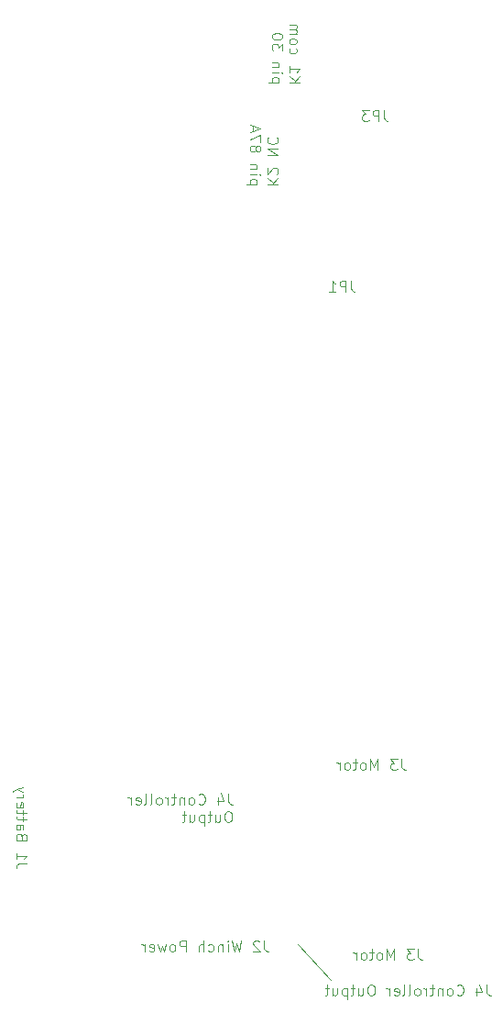
<source format=gbr>
%TF.GenerationSoftware,KiCad,Pcbnew,8.0.6*%
%TF.CreationDate,2025-01-14T13:14:06-07:00*%
%TF.ProjectId,Shutter current limit,53687574-7465-4722-9063-757272656e74,rev?*%
%TF.SameCoordinates,Original*%
%TF.FileFunction,Legend,Bot*%
%TF.FilePolarity,Positive*%
%FSLAX46Y46*%
G04 Gerber Fmt 4.6, Leading zero omitted, Abs format (unit mm)*
G04 Created by KiCad (PCBNEW 8.0.6) date 2025-01-14 13:14:06*
%MOMM*%
%LPD*%
G01*
G04 APERTURE LIST*
%ADD10C,0.100000*%
G04 APERTURE END LIST*
D10*
X94488000Y-138176000D02*
X91440000Y-134874000D01*
X66405580Y-127426401D02*
X65691295Y-127426401D01*
X65691295Y-127426401D02*
X65548438Y-127474020D01*
X65548438Y-127474020D02*
X65453200Y-127569258D01*
X65453200Y-127569258D02*
X65405580Y-127712115D01*
X65405580Y-127712115D02*
X65405580Y-127807353D01*
X65405580Y-126426401D02*
X65405580Y-126997829D01*
X65405580Y-126712115D02*
X66405580Y-126712115D01*
X66405580Y-126712115D02*
X66262723Y-126807353D01*
X66262723Y-126807353D02*
X66167485Y-126902591D01*
X66167485Y-126902591D02*
X66119866Y-126997829D01*
X65929390Y-124902591D02*
X65881771Y-124759734D01*
X65881771Y-124759734D02*
X65834152Y-124712115D01*
X65834152Y-124712115D02*
X65738914Y-124664496D01*
X65738914Y-124664496D02*
X65596057Y-124664496D01*
X65596057Y-124664496D02*
X65500819Y-124712115D01*
X65500819Y-124712115D02*
X65453200Y-124759734D01*
X65453200Y-124759734D02*
X65405580Y-124854972D01*
X65405580Y-124854972D02*
X65405580Y-125235924D01*
X65405580Y-125235924D02*
X66405580Y-125235924D01*
X66405580Y-125235924D02*
X66405580Y-124902591D01*
X66405580Y-124902591D02*
X66357961Y-124807353D01*
X66357961Y-124807353D02*
X66310342Y-124759734D01*
X66310342Y-124759734D02*
X66215104Y-124712115D01*
X66215104Y-124712115D02*
X66119866Y-124712115D01*
X66119866Y-124712115D02*
X66024628Y-124759734D01*
X66024628Y-124759734D02*
X65977009Y-124807353D01*
X65977009Y-124807353D02*
X65929390Y-124902591D01*
X65929390Y-124902591D02*
X65929390Y-125235924D01*
X65405580Y-123807353D02*
X65929390Y-123807353D01*
X65929390Y-123807353D02*
X66024628Y-123854972D01*
X66024628Y-123854972D02*
X66072247Y-123950210D01*
X66072247Y-123950210D02*
X66072247Y-124140686D01*
X66072247Y-124140686D02*
X66024628Y-124235924D01*
X65453200Y-123807353D02*
X65405580Y-123902591D01*
X65405580Y-123902591D02*
X65405580Y-124140686D01*
X65405580Y-124140686D02*
X65453200Y-124235924D01*
X65453200Y-124235924D02*
X65548438Y-124283543D01*
X65548438Y-124283543D02*
X65643676Y-124283543D01*
X65643676Y-124283543D02*
X65738914Y-124235924D01*
X65738914Y-124235924D02*
X65786533Y-124140686D01*
X65786533Y-124140686D02*
X65786533Y-123902591D01*
X65786533Y-123902591D02*
X65834152Y-123807353D01*
X66072247Y-123474019D02*
X66072247Y-123093067D01*
X66405580Y-123331162D02*
X65548438Y-123331162D01*
X65548438Y-123331162D02*
X65453200Y-123283543D01*
X65453200Y-123283543D02*
X65405580Y-123188305D01*
X65405580Y-123188305D02*
X65405580Y-123093067D01*
X66072247Y-122902590D02*
X66072247Y-122521638D01*
X66405580Y-122759733D02*
X65548438Y-122759733D01*
X65548438Y-122759733D02*
X65453200Y-122712114D01*
X65453200Y-122712114D02*
X65405580Y-122616876D01*
X65405580Y-122616876D02*
X65405580Y-122521638D01*
X65453200Y-121807352D02*
X65405580Y-121902590D01*
X65405580Y-121902590D02*
X65405580Y-122093066D01*
X65405580Y-122093066D02*
X65453200Y-122188304D01*
X65453200Y-122188304D02*
X65548438Y-122235923D01*
X65548438Y-122235923D02*
X65929390Y-122235923D01*
X65929390Y-122235923D02*
X66024628Y-122188304D01*
X66024628Y-122188304D02*
X66072247Y-122093066D01*
X66072247Y-122093066D02*
X66072247Y-121902590D01*
X66072247Y-121902590D02*
X66024628Y-121807352D01*
X66024628Y-121807352D02*
X65929390Y-121759733D01*
X65929390Y-121759733D02*
X65834152Y-121759733D01*
X65834152Y-121759733D02*
X65738914Y-122235923D01*
X65405580Y-121331161D02*
X66072247Y-121331161D01*
X65881771Y-121331161D02*
X65977009Y-121283542D01*
X65977009Y-121283542D02*
X66024628Y-121235923D01*
X66024628Y-121235923D02*
X66072247Y-121140685D01*
X66072247Y-121140685D02*
X66072247Y-121045447D01*
X66072247Y-120807351D02*
X65405580Y-120569256D01*
X66072247Y-120331161D02*
X65405580Y-120569256D01*
X65405580Y-120569256D02*
X65167485Y-120664494D01*
X65167485Y-120664494D02*
X65119866Y-120712113D01*
X65119866Y-120712113D02*
X65072247Y-120807351D01*
X102534401Y-135270419D02*
X102534401Y-135984704D01*
X102534401Y-135984704D02*
X102582020Y-136127561D01*
X102582020Y-136127561D02*
X102677258Y-136222800D01*
X102677258Y-136222800D02*
X102820115Y-136270419D01*
X102820115Y-136270419D02*
X102915353Y-136270419D01*
X102153448Y-135270419D02*
X101534401Y-135270419D01*
X101534401Y-135270419D02*
X101867734Y-135651371D01*
X101867734Y-135651371D02*
X101724877Y-135651371D01*
X101724877Y-135651371D02*
X101629639Y-135698990D01*
X101629639Y-135698990D02*
X101582020Y-135746609D01*
X101582020Y-135746609D02*
X101534401Y-135841847D01*
X101534401Y-135841847D02*
X101534401Y-136079942D01*
X101534401Y-136079942D02*
X101582020Y-136175180D01*
X101582020Y-136175180D02*
X101629639Y-136222800D01*
X101629639Y-136222800D02*
X101724877Y-136270419D01*
X101724877Y-136270419D02*
X102010591Y-136270419D01*
X102010591Y-136270419D02*
X102105829Y-136222800D01*
X102105829Y-136222800D02*
X102153448Y-136175180D01*
X100343924Y-136270419D02*
X100343924Y-135270419D01*
X100343924Y-135270419D02*
X100010591Y-135984704D01*
X100010591Y-135984704D02*
X99677258Y-135270419D01*
X99677258Y-135270419D02*
X99677258Y-136270419D01*
X99058210Y-136270419D02*
X99153448Y-136222800D01*
X99153448Y-136222800D02*
X99201067Y-136175180D01*
X99201067Y-136175180D02*
X99248686Y-136079942D01*
X99248686Y-136079942D02*
X99248686Y-135794228D01*
X99248686Y-135794228D02*
X99201067Y-135698990D01*
X99201067Y-135698990D02*
X99153448Y-135651371D01*
X99153448Y-135651371D02*
X99058210Y-135603752D01*
X99058210Y-135603752D02*
X98915353Y-135603752D01*
X98915353Y-135603752D02*
X98820115Y-135651371D01*
X98820115Y-135651371D02*
X98772496Y-135698990D01*
X98772496Y-135698990D02*
X98724877Y-135794228D01*
X98724877Y-135794228D02*
X98724877Y-136079942D01*
X98724877Y-136079942D02*
X98772496Y-136175180D01*
X98772496Y-136175180D02*
X98820115Y-136222800D01*
X98820115Y-136222800D02*
X98915353Y-136270419D01*
X98915353Y-136270419D02*
X99058210Y-136270419D01*
X98439162Y-135603752D02*
X98058210Y-135603752D01*
X98296305Y-135270419D02*
X98296305Y-136127561D01*
X98296305Y-136127561D02*
X98248686Y-136222800D01*
X98248686Y-136222800D02*
X98153448Y-136270419D01*
X98153448Y-136270419D02*
X98058210Y-136270419D01*
X97582019Y-136270419D02*
X97677257Y-136222800D01*
X97677257Y-136222800D02*
X97724876Y-136175180D01*
X97724876Y-136175180D02*
X97772495Y-136079942D01*
X97772495Y-136079942D02*
X97772495Y-135794228D01*
X97772495Y-135794228D02*
X97724876Y-135698990D01*
X97724876Y-135698990D02*
X97677257Y-135651371D01*
X97677257Y-135651371D02*
X97582019Y-135603752D01*
X97582019Y-135603752D02*
X97439162Y-135603752D01*
X97439162Y-135603752D02*
X97343924Y-135651371D01*
X97343924Y-135651371D02*
X97296305Y-135698990D01*
X97296305Y-135698990D02*
X97248686Y-135794228D01*
X97248686Y-135794228D02*
X97248686Y-136079942D01*
X97248686Y-136079942D02*
X97296305Y-136175180D01*
X97296305Y-136175180D02*
X97343924Y-136222800D01*
X97343924Y-136222800D02*
X97439162Y-136270419D01*
X97439162Y-136270419D02*
X97582019Y-136270419D01*
X96820114Y-136270419D02*
X96820114Y-135603752D01*
X96820114Y-135794228D02*
X96772495Y-135698990D01*
X96772495Y-135698990D02*
X96724876Y-135651371D01*
X96724876Y-135651371D02*
X96629638Y-135603752D01*
X96629638Y-135603752D02*
X96534400Y-135603752D01*
X88310401Y-134508419D02*
X88310401Y-135222704D01*
X88310401Y-135222704D02*
X88358020Y-135365561D01*
X88358020Y-135365561D02*
X88453258Y-135460800D01*
X88453258Y-135460800D02*
X88596115Y-135508419D01*
X88596115Y-135508419D02*
X88691353Y-135508419D01*
X87881829Y-134603657D02*
X87834210Y-134556038D01*
X87834210Y-134556038D02*
X87738972Y-134508419D01*
X87738972Y-134508419D02*
X87500877Y-134508419D01*
X87500877Y-134508419D02*
X87405639Y-134556038D01*
X87405639Y-134556038D02*
X87358020Y-134603657D01*
X87358020Y-134603657D02*
X87310401Y-134698895D01*
X87310401Y-134698895D02*
X87310401Y-134794133D01*
X87310401Y-134794133D02*
X87358020Y-134936990D01*
X87358020Y-134936990D02*
X87929448Y-135508419D01*
X87929448Y-135508419D02*
X87310401Y-135508419D01*
X86215162Y-134508419D02*
X85977067Y-135508419D01*
X85977067Y-135508419D02*
X85786591Y-134794133D01*
X85786591Y-134794133D02*
X85596115Y-135508419D01*
X85596115Y-135508419D02*
X85358020Y-134508419D01*
X84977067Y-135508419D02*
X84977067Y-134841752D01*
X84977067Y-134508419D02*
X85024686Y-134556038D01*
X85024686Y-134556038D02*
X84977067Y-134603657D01*
X84977067Y-134603657D02*
X84929448Y-134556038D01*
X84929448Y-134556038D02*
X84977067Y-134508419D01*
X84977067Y-134508419D02*
X84977067Y-134603657D01*
X84500877Y-134841752D02*
X84500877Y-135508419D01*
X84500877Y-134936990D02*
X84453258Y-134889371D01*
X84453258Y-134889371D02*
X84358020Y-134841752D01*
X84358020Y-134841752D02*
X84215163Y-134841752D01*
X84215163Y-134841752D02*
X84119925Y-134889371D01*
X84119925Y-134889371D02*
X84072306Y-134984609D01*
X84072306Y-134984609D02*
X84072306Y-135508419D01*
X83167544Y-135460800D02*
X83262782Y-135508419D01*
X83262782Y-135508419D02*
X83453258Y-135508419D01*
X83453258Y-135508419D02*
X83548496Y-135460800D01*
X83548496Y-135460800D02*
X83596115Y-135413180D01*
X83596115Y-135413180D02*
X83643734Y-135317942D01*
X83643734Y-135317942D02*
X83643734Y-135032228D01*
X83643734Y-135032228D02*
X83596115Y-134936990D01*
X83596115Y-134936990D02*
X83548496Y-134889371D01*
X83548496Y-134889371D02*
X83453258Y-134841752D01*
X83453258Y-134841752D02*
X83262782Y-134841752D01*
X83262782Y-134841752D02*
X83167544Y-134889371D01*
X82738972Y-135508419D02*
X82738972Y-134508419D01*
X82310401Y-135508419D02*
X82310401Y-134984609D01*
X82310401Y-134984609D02*
X82358020Y-134889371D01*
X82358020Y-134889371D02*
X82453258Y-134841752D01*
X82453258Y-134841752D02*
X82596115Y-134841752D01*
X82596115Y-134841752D02*
X82691353Y-134889371D01*
X82691353Y-134889371D02*
X82738972Y-134936990D01*
X81072305Y-135508419D02*
X81072305Y-134508419D01*
X81072305Y-134508419D02*
X80691353Y-134508419D01*
X80691353Y-134508419D02*
X80596115Y-134556038D01*
X80596115Y-134556038D02*
X80548496Y-134603657D01*
X80548496Y-134603657D02*
X80500877Y-134698895D01*
X80500877Y-134698895D02*
X80500877Y-134841752D01*
X80500877Y-134841752D02*
X80548496Y-134936990D01*
X80548496Y-134936990D02*
X80596115Y-134984609D01*
X80596115Y-134984609D02*
X80691353Y-135032228D01*
X80691353Y-135032228D02*
X81072305Y-135032228D01*
X79929448Y-135508419D02*
X80024686Y-135460800D01*
X80024686Y-135460800D02*
X80072305Y-135413180D01*
X80072305Y-135413180D02*
X80119924Y-135317942D01*
X80119924Y-135317942D02*
X80119924Y-135032228D01*
X80119924Y-135032228D02*
X80072305Y-134936990D01*
X80072305Y-134936990D02*
X80024686Y-134889371D01*
X80024686Y-134889371D02*
X79929448Y-134841752D01*
X79929448Y-134841752D02*
X79786591Y-134841752D01*
X79786591Y-134841752D02*
X79691353Y-134889371D01*
X79691353Y-134889371D02*
X79643734Y-134936990D01*
X79643734Y-134936990D02*
X79596115Y-135032228D01*
X79596115Y-135032228D02*
X79596115Y-135317942D01*
X79596115Y-135317942D02*
X79643734Y-135413180D01*
X79643734Y-135413180D02*
X79691353Y-135460800D01*
X79691353Y-135460800D02*
X79786591Y-135508419D01*
X79786591Y-135508419D02*
X79929448Y-135508419D01*
X79262781Y-134841752D02*
X79072305Y-135508419D01*
X79072305Y-135508419D02*
X78881829Y-135032228D01*
X78881829Y-135032228D02*
X78691353Y-135508419D01*
X78691353Y-135508419D02*
X78500877Y-134841752D01*
X77738972Y-135460800D02*
X77834210Y-135508419D01*
X77834210Y-135508419D02*
X78024686Y-135508419D01*
X78024686Y-135508419D02*
X78119924Y-135460800D01*
X78119924Y-135460800D02*
X78167543Y-135365561D01*
X78167543Y-135365561D02*
X78167543Y-134984609D01*
X78167543Y-134984609D02*
X78119924Y-134889371D01*
X78119924Y-134889371D02*
X78024686Y-134841752D01*
X78024686Y-134841752D02*
X77834210Y-134841752D01*
X77834210Y-134841752D02*
X77738972Y-134889371D01*
X77738972Y-134889371D02*
X77691353Y-134984609D01*
X77691353Y-134984609D02*
X77691353Y-135079847D01*
X77691353Y-135079847D02*
X78167543Y-135175085D01*
X77262781Y-135508419D02*
X77262781Y-134841752D01*
X77262781Y-135032228D02*
X77215162Y-134936990D01*
X77215162Y-134936990D02*
X77167543Y-134889371D01*
X77167543Y-134889371D02*
X77072305Y-134841752D01*
X77072305Y-134841752D02*
X76977067Y-134841752D01*
X90637524Y-55322115D02*
X91637524Y-55322115D01*
X90637524Y-54750687D02*
X91208953Y-55179258D01*
X91637524Y-54750687D02*
X91066096Y-55322115D01*
X90637524Y-53798306D02*
X90637524Y-54369734D01*
X90637524Y-54084020D02*
X91637524Y-54084020D01*
X91637524Y-54084020D02*
X91494667Y-54179258D01*
X91494667Y-54179258D02*
X91399429Y-54274496D01*
X91399429Y-54274496D02*
X91351810Y-54369734D01*
X90685144Y-52179258D02*
X90637524Y-52274496D01*
X90637524Y-52274496D02*
X90637524Y-52464972D01*
X90637524Y-52464972D02*
X90685144Y-52560210D01*
X90685144Y-52560210D02*
X90732763Y-52607829D01*
X90732763Y-52607829D02*
X90828001Y-52655448D01*
X90828001Y-52655448D02*
X91113715Y-52655448D01*
X91113715Y-52655448D02*
X91208953Y-52607829D01*
X91208953Y-52607829D02*
X91256572Y-52560210D01*
X91256572Y-52560210D02*
X91304191Y-52464972D01*
X91304191Y-52464972D02*
X91304191Y-52274496D01*
X91304191Y-52274496D02*
X91256572Y-52179258D01*
X90637524Y-51607829D02*
X90685144Y-51703067D01*
X90685144Y-51703067D02*
X90732763Y-51750686D01*
X90732763Y-51750686D02*
X90828001Y-51798305D01*
X90828001Y-51798305D02*
X91113715Y-51798305D01*
X91113715Y-51798305D02*
X91208953Y-51750686D01*
X91208953Y-51750686D02*
X91256572Y-51703067D01*
X91256572Y-51703067D02*
X91304191Y-51607829D01*
X91304191Y-51607829D02*
X91304191Y-51464972D01*
X91304191Y-51464972D02*
X91256572Y-51369734D01*
X91256572Y-51369734D02*
X91208953Y-51322115D01*
X91208953Y-51322115D02*
X91113715Y-51274496D01*
X91113715Y-51274496D02*
X90828001Y-51274496D01*
X90828001Y-51274496D02*
X90732763Y-51322115D01*
X90732763Y-51322115D02*
X90685144Y-51369734D01*
X90685144Y-51369734D02*
X90637524Y-51464972D01*
X90637524Y-51464972D02*
X90637524Y-51607829D01*
X90637524Y-50845924D02*
X91304191Y-50845924D01*
X91208953Y-50845924D02*
X91256572Y-50798305D01*
X91256572Y-50798305D02*
X91304191Y-50703067D01*
X91304191Y-50703067D02*
X91304191Y-50560210D01*
X91304191Y-50560210D02*
X91256572Y-50464972D01*
X91256572Y-50464972D02*
X91161334Y-50417353D01*
X91161334Y-50417353D02*
X90637524Y-50417353D01*
X91161334Y-50417353D02*
X91256572Y-50369734D01*
X91256572Y-50369734D02*
X91304191Y-50274496D01*
X91304191Y-50274496D02*
X91304191Y-50131639D01*
X91304191Y-50131639D02*
X91256572Y-50036400D01*
X91256572Y-50036400D02*
X91161334Y-49988781D01*
X91161334Y-49988781D02*
X90637524Y-49988781D01*
X89694247Y-55322115D02*
X88694247Y-55322115D01*
X89646628Y-55322115D02*
X89694247Y-55226877D01*
X89694247Y-55226877D02*
X89694247Y-55036401D01*
X89694247Y-55036401D02*
X89646628Y-54941163D01*
X89646628Y-54941163D02*
X89599009Y-54893544D01*
X89599009Y-54893544D02*
X89503771Y-54845925D01*
X89503771Y-54845925D02*
X89218057Y-54845925D01*
X89218057Y-54845925D02*
X89122819Y-54893544D01*
X89122819Y-54893544D02*
X89075200Y-54941163D01*
X89075200Y-54941163D02*
X89027580Y-55036401D01*
X89027580Y-55036401D02*
X89027580Y-55226877D01*
X89027580Y-55226877D02*
X89075200Y-55322115D01*
X89027580Y-54417353D02*
X89694247Y-54417353D01*
X90027580Y-54417353D02*
X89979961Y-54464972D01*
X89979961Y-54464972D02*
X89932342Y-54417353D01*
X89932342Y-54417353D02*
X89979961Y-54369734D01*
X89979961Y-54369734D02*
X90027580Y-54417353D01*
X90027580Y-54417353D02*
X89932342Y-54417353D01*
X89694247Y-53941163D02*
X89027580Y-53941163D01*
X89599009Y-53941163D02*
X89646628Y-53893544D01*
X89646628Y-53893544D02*
X89694247Y-53798306D01*
X89694247Y-53798306D02*
X89694247Y-53655449D01*
X89694247Y-53655449D02*
X89646628Y-53560211D01*
X89646628Y-53560211D02*
X89551390Y-53512592D01*
X89551390Y-53512592D02*
X89027580Y-53512592D01*
X90027580Y-52369734D02*
X90027580Y-51750687D01*
X90027580Y-51750687D02*
X89646628Y-52084020D01*
X89646628Y-52084020D02*
X89646628Y-51941163D01*
X89646628Y-51941163D02*
X89599009Y-51845925D01*
X89599009Y-51845925D02*
X89551390Y-51798306D01*
X89551390Y-51798306D02*
X89456152Y-51750687D01*
X89456152Y-51750687D02*
X89218057Y-51750687D01*
X89218057Y-51750687D02*
X89122819Y-51798306D01*
X89122819Y-51798306D02*
X89075200Y-51845925D01*
X89075200Y-51845925D02*
X89027580Y-51941163D01*
X89027580Y-51941163D02*
X89027580Y-52226877D01*
X89027580Y-52226877D02*
X89075200Y-52322115D01*
X89075200Y-52322115D02*
X89122819Y-52369734D01*
X90027580Y-51131639D02*
X90027580Y-51036401D01*
X90027580Y-51036401D02*
X89979961Y-50941163D01*
X89979961Y-50941163D02*
X89932342Y-50893544D01*
X89932342Y-50893544D02*
X89837104Y-50845925D01*
X89837104Y-50845925D02*
X89646628Y-50798306D01*
X89646628Y-50798306D02*
X89408533Y-50798306D01*
X89408533Y-50798306D02*
X89218057Y-50845925D01*
X89218057Y-50845925D02*
X89122819Y-50893544D01*
X89122819Y-50893544D02*
X89075200Y-50941163D01*
X89075200Y-50941163D02*
X89027580Y-51036401D01*
X89027580Y-51036401D02*
X89027580Y-51131639D01*
X89027580Y-51131639D02*
X89075200Y-51226877D01*
X89075200Y-51226877D02*
X89122819Y-51274496D01*
X89122819Y-51274496D02*
X89218057Y-51322115D01*
X89218057Y-51322115D02*
X89408533Y-51369734D01*
X89408533Y-51369734D02*
X89646628Y-51369734D01*
X89646628Y-51369734D02*
X89837104Y-51322115D01*
X89837104Y-51322115D02*
X89932342Y-51274496D01*
X89932342Y-51274496D02*
X89979961Y-51226877D01*
X89979961Y-51226877D02*
X90027580Y-51131639D01*
X108884401Y-138572419D02*
X108884401Y-139286704D01*
X108884401Y-139286704D02*
X108932020Y-139429561D01*
X108932020Y-139429561D02*
X109027258Y-139524800D01*
X109027258Y-139524800D02*
X109170115Y-139572419D01*
X109170115Y-139572419D02*
X109265353Y-139572419D01*
X107979639Y-138905752D02*
X107979639Y-139572419D01*
X108217734Y-138524800D02*
X108455829Y-139239085D01*
X108455829Y-139239085D02*
X107836782Y-139239085D01*
X106122496Y-139477180D02*
X106170115Y-139524800D01*
X106170115Y-139524800D02*
X106312972Y-139572419D01*
X106312972Y-139572419D02*
X106408210Y-139572419D01*
X106408210Y-139572419D02*
X106551067Y-139524800D01*
X106551067Y-139524800D02*
X106646305Y-139429561D01*
X106646305Y-139429561D02*
X106693924Y-139334323D01*
X106693924Y-139334323D02*
X106741543Y-139143847D01*
X106741543Y-139143847D02*
X106741543Y-139000990D01*
X106741543Y-139000990D02*
X106693924Y-138810514D01*
X106693924Y-138810514D02*
X106646305Y-138715276D01*
X106646305Y-138715276D02*
X106551067Y-138620038D01*
X106551067Y-138620038D02*
X106408210Y-138572419D01*
X106408210Y-138572419D02*
X106312972Y-138572419D01*
X106312972Y-138572419D02*
X106170115Y-138620038D01*
X106170115Y-138620038D02*
X106122496Y-138667657D01*
X105551067Y-139572419D02*
X105646305Y-139524800D01*
X105646305Y-139524800D02*
X105693924Y-139477180D01*
X105693924Y-139477180D02*
X105741543Y-139381942D01*
X105741543Y-139381942D02*
X105741543Y-139096228D01*
X105741543Y-139096228D02*
X105693924Y-139000990D01*
X105693924Y-139000990D02*
X105646305Y-138953371D01*
X105646305Y-138953371D02*
X105551067Y-138905752D01*
X105551067Y-138905752D02*
X105408210Y-138905752D01*
X105408210Y-138905752D02*
X105312972Y-138953371D01*
X105312972Y-138953371D02*
X105265353Y-139000990D01*
X105265353Y-139000990D02*
X105217734Y-139096228D01*
X105217734Y-139096228D02*
X105217734Y-139381942D01*
X105217734Y-139381942D02*
X105265353Y-139477180D01*
X105265353Y-139477180D02*
X105312972Y-139524800D01*
X105312972Y-139524800D02*
X105408210Y-139572419D01*
X105408210Y-139572419D02*
X105551067Y-139572419D01*
X104789162Y-138905752D02*
X104789162Y-139572419D01*
X104789162Y-139000990D02*
X104741543Y-138953371D01*
X104741543Y-138953371D02*
X104646305Y-138905752D01*
X104646305Y-138905752D02*
X104503448Y-138905752D01*
X104503448Y-138905752D02*
X104408210Y-138953371D01*
X104408210Y-138953371D02*
X104360591Y-139048609D01*
X104360591Y-139048609D02*
X104360591Y-139572419D01*
X104027257Y-138905752D02*
X103646305Y-138905752D01*
X103884400Y-138572419D02*
X103884400Y-139429561D01*
X103884400Y-139429561D02*
X103836781Y-139524800D01*
X103836781Y-139524800D02*
X103741543Y-139572419D01*
X103741543Y-139572419D02*
X103646305Y-139572419D01*
X103312971Y-139572419D02*
X103312971Y-138905752D01*
X103312971Y-139096228D02*
X103265352Y-139000990D01*
X103265352Y-139000990D02*
X103217733Y-138953371D01*
X103217733Y-138953371D02*
X103122495Y-138905752D01*
X103122495Y-138905752D02*
X103027257Y-138905752D01*
X102551066Y-139572419D02*
X102646304Y-139524800D01*
X102646304Y-139524800D02*
X102693923Y-139477180D01*
X102693923Y-139477180D02*
X102741542Y-139381942D01*
X102741542Y-139381942D02*
X102741542Y-139096228D01*
X102741542Y-139096228D02*
X102693923Y-139000990D01*
X102693923Y-139000990D02*
X102646304Y-138953371D01*
X102646304Y-138953371D02*
X102551066Y-138905752D01*
X102551066Y-138905752D02*
X102408209Y-138905752D01*
X102408209Y-138905752D02*
X102312971Y-138953371D01*
X102312971Y-138953371D02*
X102265352Y-139000990D01*
X102265352Y-139000990D02*
X102217733Y-139096228D01*
X102217733Y-139096228D02*
X102217733Y-139381942D01*
X102217733Y-139381942D02*
X102265352Y-139477180D01*
X102265352Y-139477180D02*
X102312971Y-139524800D01*
X102312971Y-139524800D02*
X102408209Y-139572419D01*
X102408209Y-139572419D02*
X102551066Y-139572419D01*
X101646304Y-139572419D02*
X101741542Y-139524800D01*
X101741542Y-139524800D02*
X101789161Y-139429561D01*
X101789161Y-139429561D02*
X101789161Y-138572419D01*
X101122494Y-139572419D02*
X101217732Y-139524800D01*
X101217732Y-139524800D02*
X101265351Y-139429561D01*
X101265351Y-139429561D02*
X101265351Y-138572419D01*
X100360589Y-139524800D02*
X100455827Y-139572419D01*
X100455827Y-139572419D02*
X100646303Y-139572419D01*
X100646303Y-139572419D02*
X100741541Y-139524800D01*
X100741541Y-139524800D02*
X100789160Y-139429561D01*
X100789160Y-139429561D02*
X100789160Y-139048609D01*
X100789160Y-139048609D02*
X100741541Y-138953371D01*
X100741541Y-138953371D02*
X100646303Y-138905752D01*
X100646303Y-138905752D02*
X100455827Y-138905752D01*
X100455827Y-138905752D02*
X100360589Y-138953371D01*
X100360589Y-138953371D02*
X100312970Y-139048609D01*
X100312970Y-139048609D02*
X100312970Y-139143847D01*
X100312970Y-139143847D02*
X100789160Y-139239085D01*
X99884398Y-139572419D02*
X99884398Y-138905752D01*
X99884398Y-139096228D02*
X99836779Y-139000990D01*
X99836779Y-139000990D02*
X99789160Y-138953371D01*
X99789160Y-138953371D02*
X99693922Y-138905752D01*
X99693922Y-138905752D02*
X99598684Y-138905752D01*
X98312969Y-138572419D02*
X98122493Y-138572419D01*
X98122493Y-138572419D02*
X98027255Y-138620038D01*
X98027255Y-138620038D02*
X97932017Y-138715276D01*
X97932017Y-138715276D02*
X97884398Y-138905752D01*
X97884398Y-138905752D02*
X97884398Y-139239085D01*
X97884398Y-139239085D02*
X97932017Y-139429561D01*
X97932017Y-139429561D02*
X98027255Y-139524800D01*
X98027255Y-139524800D02*
X98122493Y-139572419D01*
X98122493Y-139572419D02*
X98312969Y-139572419D01*
X98312969Y-139572419D02*
X98408207Y-139524800D01*
X98408207Y-139524800D02*
X98503445Y-139429561D01*
X98503445Y-139429561D02*
X98551064Y-139239085D01*
X98551064Y-139239085D02*
X98551064Y-138905752D01*
X98551064Y-138905752D02*
X98503445Y-138715276D01*
X98503445Y-138715276D02*
X98408207Y-138620038D01*
X98408207Y-138620038D02*
X98312969Y-138572419D01*
X97027255Y-138905752D02*
X97027255Y-139572419D01*
X97455826Y-138905752D02*
X97455826Y-139429561D01*
X97455826Y-139429561D02*
X97408207Y-139524800D01*
X97408207Y-139524800D02*
X97312969Y-139572419D01*
X97312969Y-139572419D02*
X97170112Y-139572419D01*
X97170112Y-139572419D02*
X97074874Y-139524800D01*
X97074874Y-139524800D02*
X97027255Y-139477180D01*
X96693921Y-138905752D02*
X96312969Y-138905752D01*
X96551064Y-138572419D02*
X96551064Y-139429561D01*
X96551064Y-139429561D02*
X96503445Y-139524800D01*
X96503445Y-139524800D02*
X96408207Y-139572419D01*
X96408207Y-139572419D02*
X96312969Y-139572419D01*
X95979635Y-138905752D02*
X95979635Y-139905752D01*
X95979635Y-138953371D02*
X95884397Y-138905752D01*
X95884397Y-138905752D02*
X95693921Y-138905752D01*
X95693921Y-138905752D02*
X95598683Y-138953371D01*
X95598683Y-138953371D02*
X95551064Y-139000990D01*
X95551064Y-139000990D02*
X95503445Y-139096228D01*
X95503445Y-139096228D02*
X95503445Y-139381942D01*
X95503445Y-139381942D02*
X95551064Y-139477180D01*
X95551064Y-139477180D02*
X95598683Y-139524800D01*
X95598683Y-139524800D02*
X95693921Y-139572419D01*
X95693921Y-139572419D02*
X95884397Y-139572419D01*
X95884397Y-139572419D02*
X95979635Y-139524800D01*
X94646302Y-138905752D02*
X94646302Y-139572419D01*
X95074873Y-138905752D02*
X95074873Y-139429561D01*
X95074873Y-139429561D02*
X95027254Y-139524800D01*
X95027254Y-139524800D02*
X94932016Y-139572419D01*
X94932016Y-139572419D02*
X94789159Y-139572419D01*
X94789159Y-139572419D02*
X94693921Y-139524800D01*
X94693921Y-139524800D02*
X94646302Y-139477180D01*
X94312968Y-138905752D02*
X93932016Y-138905752D01*
X94170111Y-138572419D02*
X94170111Y-139429561D01*
X94170111Y-139429561D02*
X94122492Y-139524800D01*
X94122492Y-139524800D02*
X94027254Y-139572419D01*
X94027254Y-139572419D02*
X93932016Y-139572419D01*
X88605524Y-64720115D02*
X89605524Y-64720115D01*
X88605524Y-64148687D02*
X89176953Y-64577258D01*
X89605524Y-64148687D02*
X89034096Y-64720115D01*
X89510286Y-63767734D02*
X89557905Y-63720115D01*
X89557905Y-63720115D02*
X89605524Y-63624877D01*
X89605524Y-63624877D02*
X89605524Y-63386782D01*
X89605524Y-63386782D02*
X89557905Y-63291544D01*
X89557905Y-63291544D02*
X89510286Y-63243925D01*
X89510286Y-63243925D02*
X89415048Y-63196306D01*
X89415048Y-63196306D02*
X89319810Y-63196306D01*
X89319810Y-63196306D02*
X89176953Y-63243925D01*
X89176953Y-63243925D02*
X88605524Y-63815353D01*
X88605524Y-63815353D02*
X88605524Y-63196306D01*
X88605524Y-62005829D02*
X89605524Y-62005829D01*
X89605524Y-62005829D02*
X88605524Y-61434401D01*
X88605524Y-61434401D02*
X89605524Y-61434401D01*
X88700763Y-60386782D02*
X88653144Y-60434401D01*
X88653144Y-60434401D02*
X88605524Y-60577258D01*
X88605524Y-60577258D02*
X88605524Y-60672496D01*
X88605524Y-60672496D02*
X88653144Y-60815353D01*
X88653144Y-60815353D02*
X88748382Y-60910591D01*
X88748382Y-60910591D02*
X88843620Y-60958210D01*
X88843620Y-60958210D02*
X89034096Y-61005829D01*
X89034096Y-61005829D02*
X89176953Y-61005829D01*
X89176953Y-61005829D02*
X89367429Y-60958210D01*
X89367429Y-60958210D02*
X89462667Y-60910591D01*
X89462667Y-60910591D02*
X89557905Y-60815353D01*
X89557905Y-60815353D02*
X89605524Y-60672496D01*
X89605524Y-60672496D02*
X89605524Y-60577258D01*
X89605524Y-60577258D02*
X89557905Y-60434401D01*
X89557905Y-60434401D02*
X89510286Y-60386782D01*
X87662247Y-64720115D02*
X86662247Y-64720115D01*
X87614628Y-64720115D02*
X87662247Y-64624877D01*
X87662247Y-64624877D02*
X87662247Y-64434401D01*
X87662247Y-64434401D02*
X87614628Y-64339163D01*
X87614628Y-64339163D02*
X87567009Y-64291544D01*
X87567009Y-64291544D02*
X87471771Y-64243925D01*
X87471771Y-64243925D02*
X87186057Y-64243925D01*
X87186057Y-64243925D02*
X87090819Y-64291544D01*
X87090819Y-64291544D02*
X87043200Y-64339163D01*
X87043200Y-64339163D02*
X86995580Y-64434401D01*
X86995580Y-64434401D02*
X86995580Y-64624877D01*
X86995580Y-64624877D02*
X87043200Y-64720115D01*
X86995580Y-63815353D02*
X87662247Y-63815353D01*
X87995580Y-63815353D02*
X87947961Y-63862972D01*
X87947961Y-63862972D02*
X87900342Y-63815353D01*
X87900342Y-63815353D02*
X87947961Y-63767734D01*
X87947961Y-63767734D02*
X87995580Y-63815353D01*
X87995580Y-63815353D02*
X87900342Y-63815353D01*
X87662247Y-63339163D02*
X86995580Y-63339163D01*
X87567009Y-63339163D02*
X87614628Y-63291544D01*
X87614628Y-63291544D02*
X87662247Y-63196306D01*
X87662247Y-63196306D02*
X87662247Y-63053449D01*
X87662247Y-63053449D02*
X87614628Y-62958211D01*
X87614628Y-62958211D02*
X87519390Y-62910592D01*
X87519390Y-62910592D02*
X86995580Y-62910592D01*
X87567009Y-61529639D02*
X87614628Y-61624877D01*
X87614628Y-61624877D02*
X87662247Y-61672496D01*
X87662247Y-61672496D02*
X87757485Y-61720115D01*
X87757485Y-61720115D02*
X87805104Y-61720115D01*
X87805104Y-61720115D02*
X87900342Y-61672496D01*
X87900342Y-61672496D02*
X87947961Y-61624877D01*
X87947961Y-61624877D02*
X87995580Y-61529639D01*
X87995580Y-61529639D02*
X87995580Y-61339163D01*
X87995580Y-61339163D02*
X87947961Y-61243925D01*
X87947961Y-61243925D02*
X87900342Y-61196306D01*
X87900342Y-61196306D02*
X87805104Y-61148687D01*
X87805104Y-61148687D02*
X87757485Y-61148687D01*
X87757485Y-61148687D02*
X87662247Y-61196306D01*
X87662247Y-61196306D02*
X87614628Y-61243925D01*
X87614628Y-61243925D02*
X87567009Y-61339163D01*
X87567009Y-61339163D02*
X87567009Y-61529639D01*
X87567009Y-61529639D02*
X87519390Y-61624877D01*
X87519390Y-61624877D02*
X87471771Y-61672496D01*
X87471771Y-61672496D02*
X87376533Y-61720115D01*
X87376533Y-61720115D02*
X87186057Y-61720115D01*
X87186057Y-61720115D02*
X87090819Y-61672496D01*
X87090819Y-61672496D02*
X87043200Y-61624877D01*
X87043200Y-61624877D02*
X86995580Y-61529639D01*
X86995580Y-61529639D02*
X86995580Y-61339163D01*
X86995580Y-61339163D02*
X87043200Y-61243925D01*
X87043200Y-61243925D02*
X87090819Y-61196306D01*
X87090819Y-61196306D02*
X87186057Y-61148687D01*
X87186057Y-61148687D02*
X87376533Y-61148687D01*
X87376533Y-61148687D02*
X87471771Y-61196306D01*
X87471771Y-61196306D02*
X87519390Y-61243925D01*
X87519390Y-61243925D02*
X87567009Y-61339163D01*
X87995580Y-60815353D02*
X87995580Y-60148687D01*
X87995580Y-60148687D02*
X86995580Y-60577258D01*
X87281295Y-59815353D02*
X87281295Y-59339163D01*
X86995580Y-59910591D02*
X87995580Y-59577258D01*
X87995580Y-59577258D02*
X86995580Y-59243925D01*
X85008401Y-120960475D02*
X85008401Y-121674760D01*
X85008401Y-121674760D02*
X85056020Y-121817617D01*
X85056020Y-121817617D02*
X85151258Y-121912856D01*
X85151258Y-121912856D02*
X85294115Y-121960475D01*
X85294115Y-121960475D02*
X85389353Y-121960475D01*
X84103639Y-121293808D02*
X84103639Y-121960475D01*
X84341734Y-120912856D02*
X84579829Y-121627141D01*
X84579829Y-121627141D02*
X83960782Y-121627141D01*
X82246496Y-121865236D02*
X82294115Y-121912856D01*
X82294115Y-121912856D02*
X82436972Y-121960475D01*
X82436972Y-121960475D02*
X82532210Y-121960475D01*
X82532210Y-121960475D02*
X82675067Y-121912856D01*
X82675067Y-121912856D02*
X82770305Y-121817617D01*
X82770305Y-121817617D02*
X82817924Y-121722379D01*
X82817924Y-121722379D02*
X82865543Y-121531903D01*
X82865543Y-121531903D02*
X82865543Y-121389046D01*
X82865543Y-121389046D02*
X82817924Y-121198570D01*
X82817924Y-121198570D02*
X82770305Y-121103332D01*
X82770305Y-121103332D02*
X82675067Y-121008094D01*
X82675067Y-121008094D02*
X82532210Y-120960475D01*
X82532210Y-120960475D02*
X82436972Y-120960475D01*
X82436972Y-120960475D02*
X82294115Y-121008094D01*
X82294115Y-121008094D02*
X82246496Y-121055713D01*
X81675067Y-121960475D02*
X81770305Y-121912856D01*
X81770305Y-121912856D02*
X81817924Y-121865236D01*
X81817924Y-121865236D02*
X81865543Y-121769998D01*
X81865543Y-121769998D02*
X81865543Y-121484284D01*
X81865543Y-121484284D02*
X81817924Y-121389046D01*
X81817924Y-121389046D02*
X81770305Y-121341427D01*
X81770305Y-121341427D02*
X81675067Y-121293808D01*
X81675067Y-121293808D02*
X81532210Y-121293808D01*
X81532210Y-121293808D02*
X81436972Y-121341427D01*
X81436972Y-121341427D02*
X81389353Y-121389046D01*
X81389353Y-121389046D02*
X81341734Y-121484284D01*
X81341734Y-121484284D02*
X81341734Y-121769998D01*
X81341734Y-121769998D02*
X81389353Y-121865236D01*
X81389353Y-121865236D02*
X81436972Y-121912856D01*
X81436972Y-121912856D02*
X81532210Y-121960475D01*
X81532210Y-121960475D02*
X81675067Y-121960475D01*
X80913162Y-121293808D02*
X80913162Y-121960475D01*
X80913162Y-121389046D02*
X80865543Y-121341427D01*
X80865543Y-121341427D02*
X80770305Y-121293808D01*
X80770305Y-121293808D02*
X80627448Y-121293808D01*
X80627448Y-121293808D02*
X80532210Y-121341427D01*
X80532210Y-121341427D02*
X80484591Y-121436665D01*
X80484591Y-121436665D02*
X80484591Y-121960475D01*
X80151257Y-121293808D02*
X79770305Y-121293808D01*
X80008400Y-120960475D02*
X80008400Y-121817617D01*
X80008400Y-121817617D02*
X79960781Y-121912856D01*
X79960781Y-121912856D02*
X79865543Y-121960475D01*
X79865543Y-121960475D02*
X79770305Y-121960475D01*
X79436971Y-121960475D02*
X79436971Y-121293808D01*
X79436971Y-121484284D02*
X79389352Y-121389046D01*
X79389352Y-121389046D02*
X79341733Y-121341427D01*
X79341733Y-121341427D02*
X79246495Y-121293808D01*
X79246495Y-121293808D02*
X79151257Y-121293808D01*
X78675066Y-121960475D02*
X78770304Y-121912856D01*
X78770304Y-121912856D02*
X78817923Y-121865236D01*
X78817923Y-121865236D02*
X78865542Y-121769998D01*
X78865542Y-121769998D02*
X78865542Y-121484284D01*
X78865542Y-121484284D02*
X78817923Y-121389046D01*
X78817923Y-121389046D02*
X78770304Y-121341427D01*
X78770304Y-121341427D02*
X78675066Y-121293808D01*
X78675066Y-121293808D02*
X78532209Y-121293808D01*
X78532209Y-121293808D02*
X78436971Y-121341427D01*
X78436971Y-121341427D02*
X78389352Y-121389046D01*
X78389352Y-121389046D02*
X78341733Y-121484284D01*
X78341733Y-121484284D02*
X78341733Y-121769998D01*
X78341733Y-121769998D02*
X78389352Y-121865236D01*
X78389352Y-121865236D02*
X78436971Y-121912856D01*
X78436971Y-121912856D02*
X78532209Y-121960475D01*
X78532209Y-121960475D02*
X78675066Y-121960475D01*
X77770304Y-121960475D02*
X77865542Y-121912856D01*
X77865542Y-121912856D02*
X77913161Y-121817617D01*
X77913161Y-121817617D02*
X77913161Y-120960475D01*
X77246494Y-121960475D02*
X77341732Y-121912856D01*
X77341732Y-121912856D02*
X77389351Y-121817617D01*
X77389351Y-121817617D02*
X77389351Y-120960475D01*
X76484589Y-121912856D02*
X76579827Y-121960475D01*
X76579827Y-121960475D02*
X76770303Y-121960475D01*
X76770303Y-121960475D02*
X76865541Y-121912856D01*
X76865541Y-121912856D02*
X76913160Y-121817617D01*
X76913160Y-121817617D02*
X76913160Y-121436665D01*
X76913160Y-121436665D02*
X76865541Y-121341427D01*
X76865541Y-121341427D02*
X76770303Y-121293808D01*
X76770303Y-121293808D02*
X76579827Y-121293808D01*
X76579827Y-121293808D02*
X76484589Y-121341427D01*
X76484589Y-121341427D02*
X76436970Y-121436665D01*
X76436970Y-121436665D02*
X76436970Y-121531903D01*
X76436970Y-121531903D02*
X76913160Y-121627141D01*
X76008398Y-121960475D02*
X76008398Y-121293808D01*
X76008398Y-121484284D02*
X75960779Y-121389046D01*
X75960779Y-121389046D02*
X75913160Y-121341427D01*
X75913160Y-121341427D02*
X75817922Y-121293808D01*
X75817922Y-121293808D02*
X75722684Y-121293808D01*
X85103639Y-122570419D02*
X84913163Y-122570419D01*
X84913163Y-122570419D02*
X84817925Y-122618038D01*
X84817925Y-122618038D02*
X84722687Y-122713276D01*
X84722687Y-122713276D02*
X84675068Y-122903752D01*
X84675068Y-122903752D02*
X84675068Y-123237085D01*
X84675068Y-123237085D02*
X84722687Y-123427561D01*
X84722687Y-123427561D02*
X84817925Y-123522800D01*
X84817925Y-123522800D02*
X84913163Y-123570419D01*
X84913163Y-123570419D02*
X85103639Y-123570419D01*
X85103639Y-123570419D02*
X85198877Y-123522800D01*
X85198877Y-123522800D02*
X85294115Y-123427561D01*
X85294115Y-123427561D02*
X85341734Y-123237085D01*
X85341734Y-123237085D02*
X85341734Y-122903752D01*
X85341734Y-122903752D02*
X85294115Y-122713276D01*
X85294115Y-122713276D02*
X85198877Y-122618038D01*
X85198877Y-122618038D02*
X85103639Y-122570419D01*
X83817925Y-122903752D02*
X83817925Y-123570419D01*
X84246496Y-122903752D02*
X84246496Y-123427561D01*
X84246496Y-123427561D02*
X84198877Y-123522800D01*
X84198877Y-123522800D02*
X84103639Y-123570419D01*
X84103639Y-123570419D02*
X83960782Y-123570419D01*
X83960782Y-123570419D02*
X83865544Y-123522800D01*
X83865544Y-123522800D02*
X83817925Y-123475180D01*
X83484591Y-122903752D02*
X83103639Y-122903752D01*
X83341734Y-122570419D02*
X83341734Y-123427561D01*
X83341734Y-123427561D02*
X83294115Y-123522800D01*
X83294115Y-123522800D02*
X83198877Y-123570419D01*
X83198877Y-123570419D02*
X83103639Y-123570419D01*
X82770305Y-122903752D02*
X82770305Y-123903752D01*
X82770305Y-122951371D02*
X82675067Y-122903752D01*
X82675067Y-122903752D02*
X82484591Y-122903752D01*
X82484591Y-122903752D02*
X82389353Y-122951371D01*
X82389353Y-122951371D02*
X82341734Y-122998990D01*
X82341734Y-122998990D02*
X82294115Y-123094228D01*
X82294115Y-123094228D02*
X82294115Y-123379942D01*
X82294115Y-123379942D02*
X82341734Y-123475180D01*
X82341734Y-123475180D02*
X82389353Y-123522800D01*
X82389353Y-123522800D02*
X82484591Y-123570419D01*
X82484591Y-123570419D02*
X82675067Y-123570419D01*
X82675067Y-123570419D02*
X82770305Y-123522800D01*
X81436972Y-122903752D02*
X81436972Y-123570419D01*
X81865543Y-122903752D02*
X81865543Y-123427561D01*
X81865543Y-123427561D02*
X81817924Y-123522800D01*
X81817924Y-123522800D02*
X81722686Y-123570419D01*
X81722686Y-123570419D02*
X81579829Y-123570419D01*
X81579829Y-123570419D02*
X81484591Y-123522800D01*
X81484591Y-123522800D02*
X81436972Y-123475180D01*
X81103638Y-122903752D02*
X80722686Y-122903752D01*
X80960781Y-122570419D02*
X80960781Y-123427561D01*
X80960781Y-123427561D02*
X80913162Y-123522800D01*
X80913162Y-123522800D02*
X80817924Y-123570419D01*
X80817924Y-123570419D02*
X80722686Y-123570419D01*
X101010401Y-117744419D02*
X101010401Y-118458704D01*
X101010401Y-118458704D02*
X101058020Y-118601561D01*
X101058020Y-118601561D02*
X101153258Y-118696800D01*
X101153258Y-118696800D02*
X101296115Y-118744419D01*
X101296115Y-118744419D02*
X101391353Y-118744419D01*
X100629448Y-117744419D02*
X100010401Y-117744419D01*
X100010401Y-117744419D02*
X100343734Y-118125371D01*
X100343734Y-118125371D02*
X100200877Y-118125371D01*
X100200877Y-118125371D02*
X100105639Y-118172990D01*
X100105639Y-118172990D02*
X100058020Y-118220609D01*
X100058020Y-118220609D02*
X100010401Y-118315847D01*
X100010401Y-118315847D02*
X100010401Y-118553942D01*
X100010401Y-118553942D02*
X100058020Y-118649180D01*
X100058020Y-118649180D02*
X100105639Y-118696800D01*
X100105639Y-118696800D02*
X100200877Y-118744419D01*
X100200877Y-118744419D02*
X100486591Y-118744419D01*
X100486591Y-118744419D02*
X100581829Y-118696800D01*
X100581829Y-118696800D02*
X100629448Y-118649180D01*
X98819924Y-118744419D02*
X98819924Y-117744419D01*
X98819924Y-117744419D02*
X98486591Y-118458704D01*
X98486591Y-118458704D02*
X98153258Y-117744419D01*
X98153258Y-117744419D02*
X98153258Y-118744419D01*
X97534210Y-118744419D02*
X97629448Y-118696800D01*
X97629448Y-118696800D02*
X97677067Y-118649180D01*
X97677067Y-118649180D02*
X97724686Y-118553942D01*
X97724686Y-118553942D02*
X97724686Y-118268228D01*
X97724686Y-118268228D02*
X97677067Y-118172990D01*
X97677067Y-118172990D02*
X97629448Y-118125371D01*
X97629448Y-118125371D02*
X97534210Y-118077752D01*
X97534210Y-118077752D02*
X97391353Y-118077752D01*
X97391353Y-118077752D02*
X97296115Y-118125371D01*
X97296115Y-118125371D02*
X97248496Y-118172990D01*
X97248496Y-118172990D02*
X97200877Y-118268228D01*
X97200877Y-118268228D02*
X97200877Y-118553942D01*
X97200877Y-118553942D02*
X97248496Y-118649180D01*
X97248496Y-118649180D02*
X97296115Y-118696800D01*
X97296115Y-118696800D02*
X97391353Y-118744419D01*
X97391353Y-118744419D02*
X97534210Y-118744419D01*
X96915162Y-118077752D02*
X96534210Y-118077752D01*
X96772305Y-117744419D02*
X96772305Y-118601561D01*
X96772305Y-118601561D02*
X96724686Y-118696800D01*
X96724686Y-118696800D02*
X96629448Y-118744419D01*
X96629448Y-118744419D02*
X96534210Y-118744419D01*
X96058019Y-118744419D02*
X96153257Y-118696800D01*
X96153257Y-118696800D02*
X96200876Y-118649180D01*
X96200876Y-118649180D02*
X96248495Y-118553942D01*
X96248495Y-118553942D02*
X96248495Y-118268228D01*
X96248495Y-118268228D02*
X96200876Y-118172990D01*
X96200876Y-118172990D02*
X96153257Y-118125371D01*
X96153257Y-118125371D02*
X96058019Y-118077752D01*
X96058019Y-118077752D02*
X95915162Y-118077752D01*
X95915162Y-118077752D02*
X95819924Y-118125371D01*
X95819924Y-118125371D02*
X95772305Y-118172990D01*
X95772305Y-118172990D02*
X95724686Y-118268228D01*
X95724686Y-118268228D02*
X95724686Y-118553942D01*
X95724686Y-118553942D02*
X95772305Y-118649180D01*
X95772305Y-118649180D02*
X95819924Y-118696800D01*
X95819924Y-118696800D02*
X95915162Y-118744419D01*
X95915162Y-118744419D02*
X96058019Y-118744419D01*
X95296114Y-118744419D02*
X95296114Y-118077752D01*
X95296114Y-118268228D02*
X95248495Y-118172990D01*
X95248495Y-118172990D02*
X95200876Y-118125371D01*
X95200876Y-118125371D02*
X95105638Y-118077752D01*
X95105638Y-118077752D02*
X95010400Y-118077752D01*
X99385333Y-57877419D02*
X99385333Y-58591704D01*
X99385333Y-58591704D02*
X99432952Y-58734561D01*
X99432952Y-58734561D02*
X99528190Y-58829800D01*
X99528190Y-58829800D02*
X99671047Y-58877419D01*
X99671047Y-58877419D02*
X99766285Y-58877419D01*
X98909142Y-58877419D02*
X98909142Y-57877419D01*
X98909142Y-57877419D02*
X98528190Y-57877419D01*
X98528190Y-57877419D02*
X98432952Y-57925038D01*
X98432952Y-57925038D02*
X98385333Y-57972657D01*
X98385333Y-57972657D02*
X98337714Y-58067895D01*
X98337714Y-58067895D02*
X98337714Y-58210752D01*
X98337714Y-58210752D02*
X98385333Y-58305990D01*
X98385333Y-58305990D02*
X98432952Y-58353609D01*
X98432952Y-58353609D02*
X98528190Y-58401228D01*
X98528190Y-58401228D02*
X98909142Y-58401228D01*
X98004380Y-57877419D02*
X97385333Y-57877419D01*
X97385333Y-57877419D02*
X97718666Y-58258371D01*
X97718666Y-58258371D02*
X97575809Y-58258371D01*
X97575809Y-58258371D02*
X97480571Y-58305990D01*
X97480571Y-58305990D02*
X97432952Y-58353609D01*
X97432952Y-58353609D02*
X97385333Y-58448847D01*
X97385333Y-58448847D02*
X97385333Y-58686942D01*
X97385333Y-58686942D02*
X97432952Y-58782180D01*
X97432952Y-58782180D02*
X97480571Y-58829800D01*
X97480571Y-58829800D02*
X97575809Y-58877419D01*
X97575809Y-58877419D02*
X97861523Y-58877419D01*
X97861523Y-58877419D02*
X97956761Y-58829800D01*
X97956761Y-58829800D02*
X98004380Y-58782180D01*
X96337333Y-73625419D02*
X96337333Y-74339704D01*
X96337333Y-74339704D02*
X96384952Y-74482561D01*
X96384952Y-74482561D02*
X96480190Y-74577800D01*
X96480190Y-74577800D02*
X96623047Y-74625419D01*
X96623047Y-74625419D02*
X96718285Y-74625419D01*
X95861142Y-74625419D02*
X95861142Y-73625419D01*
X95861142Y-73625419D02*
X95480190Y-73625419D01*
X95480190Y-73625419D02*
X95384952Y-73673038D01*
X95384952Y-73673038D02*
X95337333Y-73720657D01*
X95337333Y-73720657D02*
X95289714Y-73815895D01*
X95289714Y-73815895D02*
X95289714Y-73958752D01*
X95289714Y-73958752D02*
X95337333Y-74053990D01*
X95337333Y-74053990D02*
X95384952Y-74101609D01*
X95384952Y-74101609D02*
X95480190Y-74149228D01*
X95480190Y-74149228D02*
X95861142Y-74149228D01*
X94337333Y-74625419D02*
X94908761Y-74625419D01*
X94623047Y-74625419D02*
X94623047Y-73625419D01*
X94623047Y-73625419D02*
X94718285Y-73768276D01*
X94718285Y-73768276D02*
X94813523Y-73863514D01*
X94813523Y-73863514D02*
X94908761Y-73911133D01*
M02*

</source>
